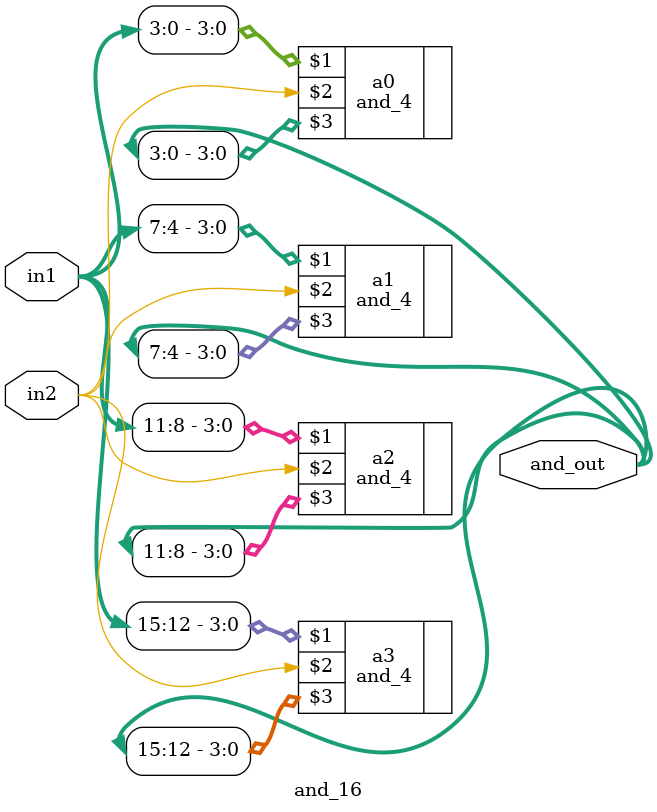
<source format=v>
`include "and_4.v"
module and_16(
    input [15:0] in1,
    input in2,
    output [15:0] and_out
);
    and_4 a0(in1[3:0], in2, and_out[3:0]);
    and_4 a1(in1[7:4], in2, and_out[7:4]);
    and_4 a2(in1[11:8], in2, and_out[11:8]);
    and_4 a3(in1[15:12], in2, and_out[15:12]);
endmodule
</source>
